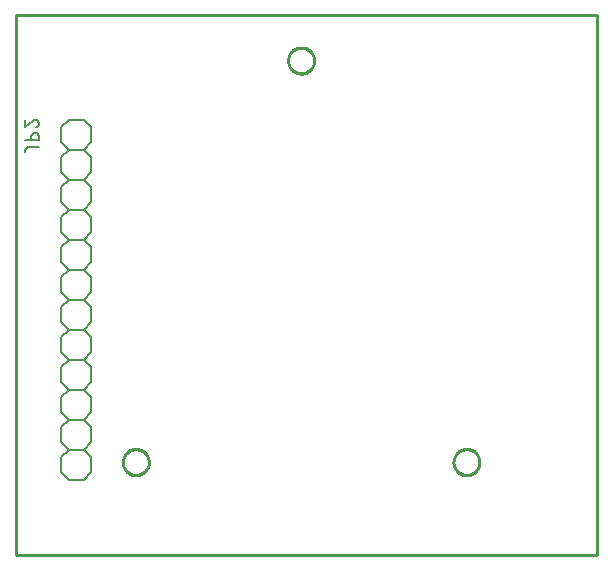
<source format=gbr>
G04 EAGLE Gerber RS-274X export*
G75*
%MOMM*%
%FSLAX34Y34*%
%LPD*%
%INSilkscreen Bottom*%
%IPPOS*%
%AMOC8*
5,1,8,0,0,1.08239X$1,22.5*%
G01*
%ADD10C,0.152400*%
%ADD11C,0.127000*%
%ADD12C,0.254000*%


D10*
X38100Y133350D02*
X38100Y120650D01*
X44450Y114300D01*
X57150Y114300D01*
X63500Y120650D01*
X44450Y114300D02*
X38100Y107950D01*
X38100Y95250D01*
X44450Y88900D01*
X57150Y88900D01*
X63500Y95250D01*
X63500Y107950D01*
X57150Y114300D01*
X38100Y158750D02*
X44450Y165100D01*
X38100Y158750D02*
X38100Y146050D01*
X44450Y139700D01*
X57150Y139700D01*
X63500Y146050D01*
X63500Y158750D01*
X57150Y165100D01*
X44450Y139700D02*
X38100Y133350D01*
X57150Y139700D02*
X63500Y133350D01*
X63500Y120650D01*
X38100Y196850D02*
X38100Y209550D01*
X38100Y196850D02*
X44450Y190500D01*
X57150Y190500D01*
X63500Y196850D01*
X44450Y190500D02*
X38100Y184150D01*
X38100Y171450D01*
X44450Y165100D01*
X57150Y165100D01*
X63500Y171450D01*
X63500Y184150D01*
X57150Y190500D01*
X38100Y234950D02*
X44450Y241300D01*
X38100Y234950D02*
X38100Y222250D01*
X44450Y215900D01*
X57150Y215900D01*
X63500Y222250D01*
X63500Y234950D01*
X57150Y241300D01*
X44450Y215900D02*
X38100Y209550D01*
X57150Y215900D02*
X63500Y209550D01*
X63500Y196850D01*
X38100Y273050D02*
X38100Y285750D01*
X38100Y273050D02*
X44450Y266700D01*
X57150Y266700D01*
X63500Y273050D01*
X44450Y266700D02*
X38100Y260350D01*
X38100Y247650D01*
X44450Y241300D01*
X57150Y241300D01*
X63500Y247650D01*
X63500Y260350D01*
X57150Y266700D01*
X38100Y311150D02*
X44450Y317500D01*
X38100Y311150D02*
X38100Y298450D01*
X44450Y292100D01*
X57150Y292100D01*
X63500Y298450D01*
X63500Y311150D01*
X57150Y317500D01*
X44450Y292100D02*
X38100Y285750D01*
X57150Y292100D02*
X63500Y285750D01*
X63500Y273050D01*
X38100Y349250D02*
X38100Y361950D01*
X38100Y349250D02*
X44450Y342900D01*
X57150Y342900D01*
X63500Y349250D01*
X44450Y342900D02*
X38100Y336550D01*
X38100Y323850D01*
X44450Y317500D01*
X57150Y317500D01*
X63500Y323850D01*
X63500Y336550D01*
X57150Y342900D01*
X57150Y368300D02*
X44450Y368300D01*
X38100Y361950D01*
X57150Y368300D02*
X63500Y361950D01*
X63500Y349250D01*
X44450Y88900D02*
X38100Y82550D01*
X38100Y69850D01*
X44450Y63500D01*
X57150Y63500D01*
X63500Y69850D01*
X63500Y82550D01*
X57150Y88900D01*
D11*
X19177Y345238D02*
X10287Y345238D01*
X10187Y345236D01*
X10088Y345230D01*
X9988Y345220D01*
X9890Y345207D01*
X9791Y345189D01*
X9694Y345168D01*
X9598Y345143D01*
X9502Y345114D01*
X9408Y345081D01*
X9315Y345045D01*
X9224Y345005D01*
X9134Y344961D01*
X9046Y344914D01*
X8960Y344864D01*
X8876Y344810D01*
X8794Y344753D01*
X8715Y344693D01*
X8637Y344629D01*
X8563Y344563D01*
X8491Y344494D01*
X8422Y344422D01*
X8356Y344348D01*
X8292Y344270D01*
X8232Y344191D01*
X8175Y344109D01*
X8121Y344025D01*
X8071Y343939D01*
X8024Y343851D01*
X7980Y343761D01*
X7940Y343670D01*
X7904Y343577D01*
X7871Y343483D01*
X7842Y343387D01*
X7817Y343291D01*
X7796Y343194D01*
X7778Y343095D01*
X7765Y342997D01*
X7755Y342897D01*
X7749Y342798D01*
X7747Y342698D01*
X7747Y341428D01*
X7747Y351219D02*
X19177Y351219D01*
X19177Y354394D01*
X19175Y354505D01*
X19169Y354615D01*
X19160Y354726D01*
X19146Y354836D01*
X19129Y354945D01*
X19108Y355054D01*
X19083Y355162D01*
X19054Y355269D01*
X19022Y355375D01*
X18986Y355480D01*
X18946Y355583D01*
X18903Y355685D01*
X18856Y355786D01*
X18805Y355885D01*
X18752Y355982D01*
X18695Y356076D01*
X18634Y356169D01*
X18571Y356260D01*
X18504Y356349D01*
X18434Y356435D01*
X18361Y356518D01*
X18286Y356600D01*
X18208Y356678D01*
X18126Y356753D01*
X18043Y356826D01*
X17957Y356896D01*
X17868Y356963D01*
X17777Y357026D01*
X17684Y357087D01*
X17590Y357144D01*
X17493Y357197D01*
X17394Y357248D01*
X17293Y357295D01*
X17191Y357338D01*
X17088Y357378D01*
X16983Y357414D01*
X16877Y357446D01*
X16770Y357475D01*
X16662Y357500D01*
X16553Y357521D01*
X16444Y357538D01*
X16334Y357552D01*
X16223Y357561D01*
X16113Y357567D01*
X16002Y357569D01*
X15891Y357567D01*
X15781Y357561D01*
X15670Y357552D01*
X15560Y357538D01*
X15451Y357521D01*
X15342Y357500D01*
X15234Y357475D01*
X15127Y357446D01*
X15021Y357414D01*
X14916Y357378D01*
X14813Y357338D01*
X14711Y357295D01*
X14610Y357248D01*
X14511Y357197D01*
X14414Y357144D01*
X14320Y357087D01*
X14227Y357026D01*
X14136Y356963D01*
X14047Y356896D01*
X13961Y356826D01*
X13878Y356753D01*
X13796Y356678D01*
X13718Y356600D01*
X13643Y356518D01*
X13570Y356435D01*
X13500Y356349D01*
X13433Y356260D01*
X13370Y356169D01*
X13309Y356076D01*
X13252Y355982D01*
X13199Y355885D01*
X13148Y355786D01*
X13101Y355685D01*
X13058Y355583D01*
X13018Y355480D01*
X12982Y355375D01*
X12950Y355269D01*
X12921Y355162D01*
X12896Y355054D01*
X12875Y354945D01*
X12858Y354836D01*
X12844Y354726D01*
X12835Y354615D01*
X12829Y354505D01*
X12827Y354394D01*
X12827Y351219D01*
X19178Y365570D02*
X19176Y365674D01*
X19170Y365779D01*
X19161Y365883D01*
X19148Y365986D01*
X19130Y366089D01*
X19110Y366191D01*
X19085Y366293D01*
X19057Y366393D01*
X19025Y366493D01*
X18989Y366591D01*
X18950Y366688D01*
X18908Y366783D01*
X18862Y366877D01*
X18812Y366969D01*
X18760Y367059D01*
X18704Y367147D01*
X18644Y367233D01*
X18582Y367317D01*
X18517Y367398D01*
X18449Y367477D01*
X18377Y367554D01*
X18304Y367627D01*
X18227Y367699D01*
X18148Y367767D01*
X18067Y367832D01*
X17983Y367894D01*
X17897Y367954D01*
X17809Y368010D01*
X17719Y368062D01*
X17627Y368112D01*
X17533Y368158D01*
X17438Y368200D01*
X17341Y368239D01*
X17243Y368275D01*
X17143Y368307D01*
X17043Y368335D01*
X16941Y368360D01*
X16839Y368380D01*
X16736Y368398D01*
X16633Y368411D01*
X16529Y368420D01*
X16424Y368426D01*
X16320Y368428D01*
X19177Y365570D02*
X19175Y365452D01*
X19169Y365333D01*
X19160Y365215D01*
X19147Y365098D01*
X19129Y364981D01*
X19109Y364864D01*
X19084Y364748D01*
X19056Y364633D01*
X19023Y364520D01*
X18988Y364407D01*
X18948Y364295D01*
X18906Y364185D01*
X18859Y364076D01*
X18809Y363968D01*
X18756Y363863D01*
X18699Y363759D01*
X18639Y363657D01*
X18576Y363557D01*
X18509Y363459D01*
X18440Y363363D01*
X18367Y363270D01*
X18291Y363179D01*
X18213Y363090D01*
X18131Y363004D01*
X18047Y362921D01*
X17961Y362840D01*
X17871Y362763D01*
X17780Y362688D01*
X17686Y362616D01*
X17589Y362547D01*
X17491Y362482D01*
X17390Y362419D01*
X17287Y362360D01*
X17183Y362304D01*
X17077Y362252D01*
X16969Y362203D01*
X16860Y362158D01*
X16749Y362116D01*
X16637Y362078D01*
X14098Y367475D02*
X14173Y367551D01*
X14252Y367626D01*
X14333Y367697D01*
X14417Y367766D01*
X14503Y367831D01*
X14591Y367893D01*
X14681Y367953D01*
X14773Y368009D01*
X14868Y368062D01*
X14964Y368111D01*
X15062Y368157D01*
X15161Y368200D01*
X15262Y368239D01*
X15364Y368274D01*
X15467Y368306D01*
X15571Y368334D01*
X15676Y368359D01*
X15783Y368380D01*
X15889Y368397D01*
X15996Y368410D01*
X16104Y368419D01*
X16212Y368425D01*
X16320Y368427D01*
X14097Y367475D02*
X7747Y362077D01*
X7747Y368427D01*
D12*
X0Y0D02*
X492000Y0D01*
X492000Y457100D01*
X100Y457200D01*
X0Y0D01*
X112300Y78168D02*
X112232Y77306D01*
X112097Y76452D01*
X111895Y75612D01*
X111628Y74790D01*
X111297Y73991D01*
X110905Y73221D01*
X110453Y72484D01*
X109945Y71785D01*
X109384Y71127D01*
X108773Y70516D01*
X108115Y69955D01*
X107416Y69447D01*
X106679Y68995D01*
X105909Y68603D01*
X105110Y68272D01*
X104288Y68005D01*
X103448Y67803D01*
X102594Y67668D01*
X101732Y67600D01*
X100868Y67600D01*
X100006Y67668D01*
X99152Y67803D01*
X98312Y68005D01*
X97490Y68272D01*
X96691Y68603D01*
X95921Y68995D01*
X95184Y69447D01*
X94485Y69955D01*
X93827Y70516D01*
X93216Y71127D01*
X92655Y71785D01*
X92147Y72484D01*
X91695Y73221D01*
X91303Y73991D01*
X90972Y74790D01*
X90705Y75612D01*
X90503Y76452D01*
X90368Y77306D01*
X90300Y78168D01*
X90300Y79032D01*
X90368Y79894D01*
X90503Y80748D01*
X90705Y81588D01*
X90972Y82410D01*
X91303Y83209D01*
X91695Y83979D01*
X92147Y84716D01*
X92655Y85415D01*
X93216Y86073D01*
X93827Y86684D01*
X94485Y87245D01*
X95184Y87753D01*
X95921Y88205D01*
X96691Y88597D01*
X97490Y88928D01*
X98312Y89195D01*
X99152Y89397D01*
X100006Y89532D01*
X100868Y89600D01*
X101732Y89600D01*
X102594Y89532D01*
X103448Y89397D01*
X104288Y89195D01*
X105110Y88928D01*
X105909Y88597D01*
X106679Y88205D01*
X107416Y87753D01*
X108115Y87245D01*
X108773Y86684D01*
X109384Y86073D01*
X109945Y85415D01*
X110453Y84716D01*
X110905Y83979D01*
X111297Y83209D01*
X111628Y82410D01*
X111895Y81588D01*
X112097Y80748D01*
X112232Y79894D01*
X112300Y79032D01*
X112300Y78168D01*
X392300Y78168D02*
X392232Y77306D01*
X392097Y76452D01*
X391895Y75612D01*
X391628Y74790D01*
X391297Y73991D01*
X390905Y73221D01*
X390453Y72484D01*
X389945Y71785D01*
X389384Y71127D01*
X388773Y70516D01*
X388115Y69955D01*
X387416Y69447D01*
X386679Y68995D01*
X385909Y68603D01*
X385110Y68272D01*
X384288Y68005D01*
X383448Y67803D01*
X382594Y67668D01*
X381732Y67600D01*
X380868Y67600D01*
X380006Y67668D01*
X379152Y67803D01*
X378312Y68005D01*
X377490Y68272D01*
X376691Y68603D01*
X375921Y68995D01*
X375184Y69447D01*
X374485Y69955D01*
X373827Y70516D01*
X373216Y71127D01*
X372655Y71785D01*
X372147Y72484D01*
X371695Y73221D01*
X371303Y73991D01*
X370972Y74790D01*
X370705Y75612D01*
X370503Y76452D01*
X370368Y77306D01*
X370300Y78168D01*
X370300Y79032D01*
X370368Y79894D01*
X370503Y80748D01*
X370705Y81588D01*
X370972Y82410D01*
X371303Y83209D01*
X371695Y83979D01*
X372147Y84716D01*
X372655Y85415D01*
X373216Y86073D01*
X373827Y86684D01*
X374485Y87245D01*
X375184Y87753D01*
X375921Y88205D01*
X376691Y88597D01*
X377490Y88928D01*
X378312Y89195D01*
X379152Y89397D01*
X380006Y89532D01*
X380868Y89600D01*
X381732Y89600D01*
X382594Y89532D01*
X383448Y89397D01*
X384288Y89195D01*
X385110Y88928D01*
X385909Y88597D01*
X386679Y88205D01*
X387416Y87753D01*
X388115Y87245D01*
X388773Y86684D01*
X389384Y86073D01*
X389945Y85415D01*
X390453Y84716D01*
X390905Y83979D01*
X391297Y83209D01*
X391628Y82410D01*
X391895Y81588D01*
X392097Y80748D01*
X392232Y79894D01*
X392300Y79032D01*
X392300Y78168D01*
X252300Y418168D02*
X252232Y417306D01*
X252097Y416452D01*
X251895Y415612D01*
X251628Y414790D01*
X251297Y413991D01*
X250905Y413221D01*
X250453Y412484D01*
X249945Y411785D01*
X249384Y411127D01*
X248773Y410516D01*
X248115Y409955D01*
X247416Y409447D01*
X246679Y408995D01*
X245909Y408603D01*
X245110Y408272D01*
X244288Y408005D01*
X243448Y407803D01*
X242594Y407668D01*
X241732Y407600D01*
X240868Y407600D01*
X240006Y407668D01*
X239152Y407803D01*
X238312Y408005D01*
X237490Y408272D01*
X236691Y408603D01*
X235921Y408995D01*
X235184Y409447D01*
X234485Y409955D01*
X233827Y410516D01*
X233216Y411127D01*
X232655Y411785D01*
X232147Y412484D01*
X231695Y413221D01*
X231303Y413991D01*
X230972Y414790D01*
X230705Y415612D01*
X230503Y416452D01*
X230368Y417306D01*
X230300Y418168D01*
X230300Y419032D01*
X230368Y419894D01*
X230503Y420748D01*
X230705Y421588D01*
X230972Y422410D01*
X231303Y423209D01*
X231695Y423979D01*
X232147Y424716D01*
X232655Y425415D01*
X233216Y426073D01*
X233827Y426684D01*
X234485Y427245D01*
X235184Y427753D01*
X235921Y428205D01*
X236691Y428597D01*
X237490Y428928D01*
X238312Y429195D01*
X239152Y429397D01*
X240006Y429532D01*
X240868Y429600D01*
X241732Y429600D01*
X242594Y429532D01*
X243448Y429397D01*
X244288Y429195D01*
X245110Y428928D01*
X245909Y428597D01*
X246679Y428205D01*
X247416Y427753D01*
X248115Y427245D01*
X248773Y426684D01*
X249384Y426073D01*
X249945Y425415D01*
X250453Y424716D01*
X250905Y423979D01*
X251297Y423209D01*
X251628Y422410D01*
X251895Y421588D01*
X252097Y420748D01*
X252232Y419894D01*
X252300Y419032D01*
X252300Y418168D01*
M02*

</source>
